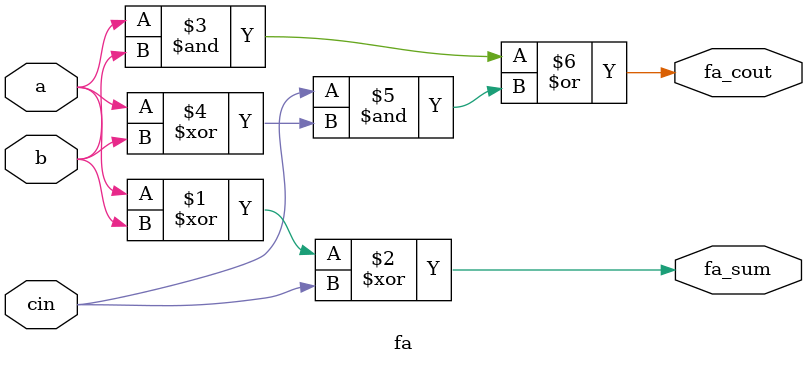
<source format=v>
module top_module( 
    input [3:0] a, b,
    input cin,
    output [3:0] cout,
    output [3:0] sum );
    
    assign {cout[0],sum[0]}=a[0]+b[0]+cin;  //1st
    genvar i;
    generate begin
        for(i=1;i<4;i=i+1) begin
            fa f1(.fa_sum(sum[i]),.fa_cout(cout[i]),.a(a[i]),.b(b[i]),.cin(cout[i-1]));
        end
    end
    endgenerate
endmodule

module fa(input a,b,cin,output fa_sum,fa_cout);
    assign fa_sum=a^b^cin;
    assign fa_cout=a&b| cin&(a^b);
endmodule

</source>
